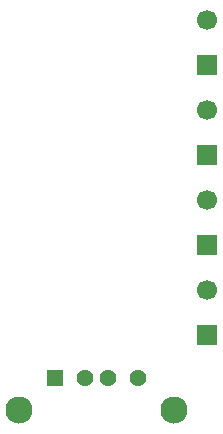
<source format=gbr>
%TF.GenerationSoftware,Altium Limited,Altium NEXUS,2.1.5 (53)*%
G04 Layer_Color=255*
%FSLAX44Y44*%
%MOMM*%
%TF.FileFunction,Pads,Bot*%
%TF.Part,Single*%
G01*
G75*
%TA.AperFunction,ComponentPad*%
%ADD34C,2.3000*%
%ADD35C,1.4280*%
%ADD36R,1.4280X1.4280*%
%ADD37R,1.7000X1.7000*%
%ADD38C,1.7000*%
D34*
X200320Y100230D02*
D03*
X68920D02*
D03*
D35*
X169620Y127330D02*
D03*
X144620D02*
D03*
X124620D02*
D03*
D36*
X99620D02*
D03*
D37*
X228600Y163830D02*
D03*
Y240030D02*
D03*
Y392430D02*
D03*
Y316230D02*
D03*
D38*
Y201930D02*
D03*
Y278130D02*
D03*
Y430530D02*
D03*
Y354330D02*
D03*
%TF.MD5,2afecdf56760f4974d7c12c629c865af*%
M02*

</source>
